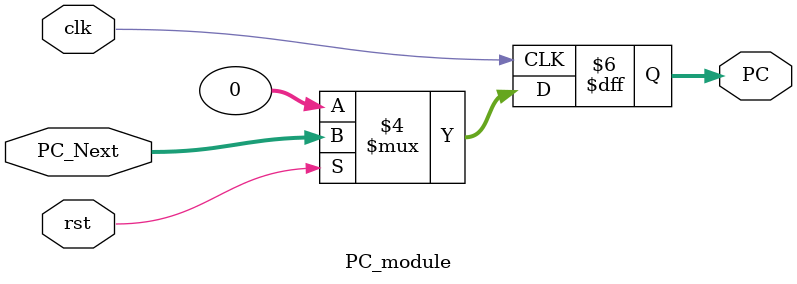
<source format=v>
`timescale 1ns / 1ps


module PC_module(
    input wire clk,
    input wire rst,
    input wire [31:0] PC_Next,
    output reg [31:0] PC
    );
    
    always@(posedge clk)
    begin 
        if(~rst)
            PC <= {32{1'b0}}; 
        else
            PC <= PC_Next;
     end
endmodule


</source>
